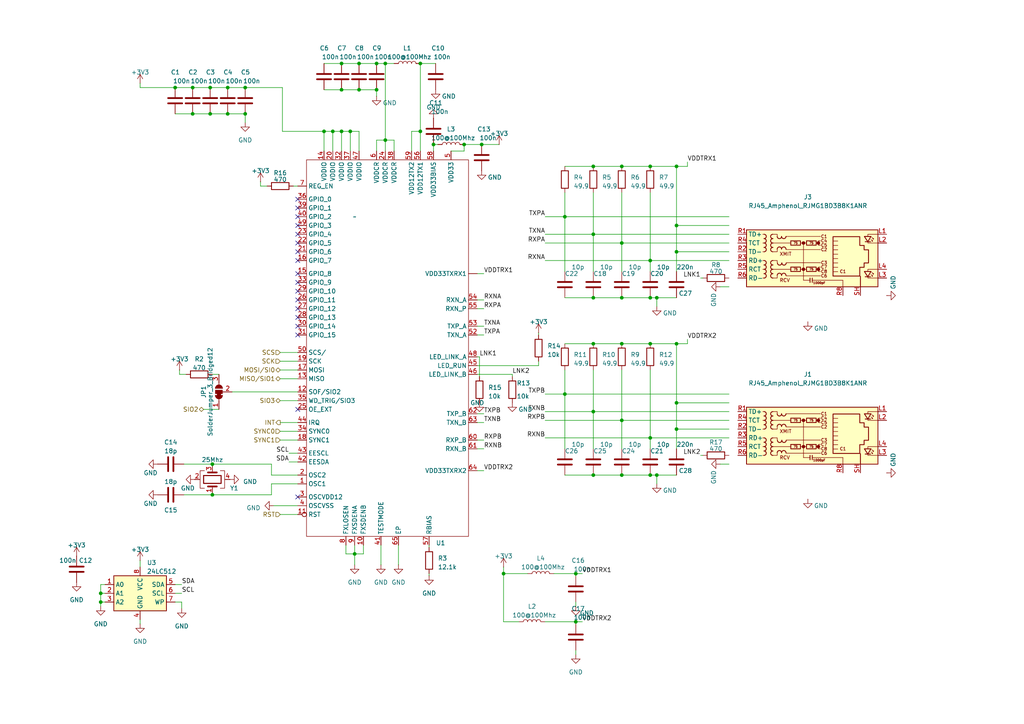
<source format=kicad_sch>
(kicad_sch (version 20231120) (generator "eeschema") (generator_version "8.0")
  (paper "A4")
  (lib_symbols
    (symbol "Connector:RJ45_Amphenol_RJMG1BD3B8K1ANR"
      (property "Reference" "J" (at 18.415 10.16 0))
      (property "Value" "RJ45_Amphenol_RJMG1BD3B8K1ANR" (at -19.05 10.16 0))
      (symbol "RJ45_Amphenol_RJMG1BD3B8K1ANR_0_0"
        (text "C1" (at 4.699 6.985 0) (effects (font (size 0.889 0.889))))
        (text "C1" (at 10.16 -3.175 0) (effects (font (size 0.889 0.889))))
        (text "C2" (at 4.699 3.175 0) (effects (font (size 0.889 0.889))))
        (text "C3" (at 4.699 -0.635 0) (effects (font (size 0.889 0.889))))
        (text "C4" (at 4.699 5.715 0) (effects (font (size 0.889 0.889))))
        (text "C5" (at 4.699 4.445 0) (effects (font (size 0.889 0.889))))
        (text "C6" (at 4.699 -4.445 0) (effects (font (size 0.889 0.889))))
        (text "C7" (at 4.699 -1.905 0) (effects (font (size 0.889 0.889))))
        (text "C8" (at 4.699 -3.175 0) (effects (font (size 0.889 0.889))))
        (text "RCV" (at -8.255 -5.715 0) (effects (font (size 1.016 1.016)) (justify left)))
        (text "XMIT" (at -8.255 1.905 0) (effects (font (size 1.016 1.016)) (justify left)))
      )
      (symbol "RJ45_Amphenol_RJMG1BD3B8K1ANR_1_0"
        (text "1000pF" (at 3.302 -6.477 0) (effects (font (size 0.635 0.635))))
      )
      (symbol "RJ45_Amphenol_RJMG1BD3B8K1ANR_1_1"
        (text "75" (at -3.556 -2.54 0) (effects (font (size 0.635 0.635))))
        (text "75" (at -3.556 5.08 0) (effects (font (size 0.635 0.635))))
        (text "75" (at 1.016 -2.54 0) (effects (font (size 0.635 0.635))))
        (text "75" (at 1.016 5.08 0) (effects (font (size 0.635 0.635))))
        (pin passive line (at 22.86 7.62 180) (length 2.54) (name "") (number "L1"))
        (pin passive line (at 22.86 5.08 180) (length 2.54) (name "") (number "L2"))
        (pin passive line (at 22.86 -5.08 180) (length 2.54) (name "") (number "L3"))
        (pin passive line (at 22.86 -2.54 180) (length 2.54) (name "") (number "L4"))
        (pin passive line (at -20.32 7.62 0) (length 2.54) (name "TD+") (number "R1"))
        (pin passive line (at -20.32 2.54 0) (length 2.54) (name "TD-") (number "R2"))
        (pin passive line (at -20.32 0 0) (length 2.54) (name "RD+") (number "R3"))
        (pin passive line (at -20.32 5.08 0) (length 2.54) (name "TCT") (number "R4"))
        (pin passive line (at -20.32 -2.54 0) (length 2.54) (name "RCT") (number "R5"))
        (pin passive line (at -20.32 -5.08 0) (length 2.54) (name "RD-") (number "R6"))
        (pin no_connect line (at 20.32 0 0) (length 0) hide (name "NC") (number "R7"))
        (pin power_in line (at 10.16 -10.16 90) (length 2.54) (name "") (number "R8"))
        (pin passive line (at 15.24 -10.16 90) (length 2.54) (name "") (number "SH"))
      )
    )
    (symbol "Device:C" (pin_numbers hide) (pin_names (offset 0.254))
      (property "Reference" "C" (at 0.635 2.54 0))
      (property "Value" "C" (at 0.635 -2.54 0))
      (symbol "C_1_1"
        (pin passive line (at 0 3.81 270) (length 2.794) (name "~") (number "1"))
        (pin passive line (at 0 -3.81 90) (length 2.794) (name "~") (number "2"))
      )
    )
    (symbol "Device:Crystal_GND24" (pin_names (offset 1.016) hide)
      (property "Reference" "Y" (at 3.175 5.08 0))
      (property "Value" "Crystal_GND24" (at 3.175 3.175 0))
      (symbol "Crystal_GND24_1_1"
        (pin passive line (at -3.81 0 0) (length 1.27) (name "1") (number "1"))
        (pin passive line (at 0 5.08 270) (length 1.27) (name "2") (number "2"))
        (pin passive line (at 3.81 0 180) (length 1.27) (name "3") (number "3"))
        (pin passive line (at 0 -5.08 90) (length 1.27) (name "4") (number "4"))
      )
    )
    (symbol "Device:L" (pin_numbers hide) (pin_names (offset 1.016) hide)
      (property "Reference" "L" (at -1.27 0 90))
      (property "Value" "L" (at 1.905 0 90))
      (symbol "L_1_1"
        (pin passive line (at 0 3.81 270) (length 1.27) (name "1") (number "1"))
        (pin passive line (at 0 -3.81 90) (length 1.27) (name "2") (number "2"))
      )
    )
    (symbol "Device:R" (pin_numbers hide) (pin_names (offset 0))
      (property "Reference" "R" (at 2.032 0 90))
      (property "Value" "R" (at 0 0 90))
      (symbol "R_1_1"
        (pin passive line (at 0 3.81 270) (length 1.27) (name "~") (number "1"))
        (pin passive line (at 0 -3.81 90) (length 1.27) (name "~") (number "2"))
      )
    )
    (symbol "EthercatLib:LAN9252"
      (property "Reference" "U" (at 0 0 0))
      (symbol "LAN9252_1_1"
        (pin input line (at 35.56 -16.51 180) (length 2.54) (name "VDD33TXRX1") (number ""))
        (pin input line (at -16.51 -77.47 0) (length 2.54) (name "OSC1") (number "1"))
        (pin input line (at 2.54 -95.25 90) (length 2.54) (name "FXSDENB") (number "10"))
        (pin input inverted (at -16.51 -86.36 0) (length 2.54) (name "RST") (number "11"))
        (pin input line (at -16.51 -50.8 0) (length 2.54) (name "SOF/SIO2") (number "12"))
        (pin input line (at -16.51 -46.99 0) (length 2.54) (name "MISO") (number "13"))
        (pin input line (at -8.89 19.05 270) (length 2.54) (name "VDDIO") (number "14"))
        (pin input line (at -16.51 -16.51 0) (length 2.54) (name "GPIO_8") (number "15"))
        (pin input line (at -16.51 -12.7 0) (length 2.54) (name "GPIO_7") (number "16"))
        (pin input line (at -16.51 -44.45 0) (length 2.54) (name "MOSI") (number "17"))
        (pin input line (at -16.51 -64.77 0) (length 2.54) (name "SYNC1") (number "18"))
        (pin input line (at -16.51 -41.91 0) (length 2.54) (name "SCK") (number "19"))
        (pin input line (at -16.51 -74.93 0) (length 2.54) (name "OSC2") (number "2"))
        (pin input line (at -6.35 19.05 270) (length 2.54) (name "VDDIO") (number "20"))
        (pin input line (at -16.51 -10.16 0) (length 2.54) (name "GPIO_6") (number "21"))
        (pin input line (at -16.51 -7.62 0) (length 2.54) (name "GPIO_5") (number "22"))
        (pin input line (at -16.51 -5.08 0) (length 2.54) (name "GPIO_4") (number "23"))
        (pin input line (at 8.89 19.05 270) (length 2.54) (name "VDDCR") (number "24"))
        (pin input line (at -16.51 -55.88 0) (length 2.54) (name "OE_EXT") (number "25"))
        (pin input line (at -16.51 -24.13 0) (length 2.54) (name "GPIO_11") (number "26"))
        (pin input line (at -16.51 -26.67 0) (length 2.54) (name "GPIO_12") (number "27"))
        (pin input line (at -16.51 -29.21 0) (length 2.54) (name "GPIO_13") (number "28"))
        (pin input line (at -16.51 -21.59 0) (length 2.54) (name "GPIO_10") (number "29"))
        (pin input line (at -16.51 -81.28 0) (length 2.54) (name "OSCVDD12") (number "3"))
        (pin input line (at -16.51 -31.75 0) (length 2.54) (name "GPIO_14") (number "30"))
        (pin input line (at -16.51 -34.29 0) (length 2.54) (name "GPIO_15") (number "31"))
        (pin input line (at -3.81 19.05 270) (length 2.54) (name "VDDIO") (number "32"))
        (pin input line (at -16.51 -19.05 0) (length 2.54) (name "GPIO_9") (number "33"))
        (pin input line (at -16.51 -62.23 0) (length 2.54) (name "SYNC0") (number "34"))
        (pin input line (at -16.51 -53.34 0) (length 2.54) (name "WD_TRIG/SIO3") (number "35"))
        (pin input line (at -16.51 5.08 0) (length 2.54) (name "GPIO_0") (number "36"))
        (pin input line (at -1.27 19.05 270) (length 2.54) (name "VDDIO") (number "37"))
        (pin input line (at 11.43 19.05 270) (length 2.54) (name "VDDCR") (number "38"))
        (pin input line (at -16.51 2.54 0) (length 2.54) (name "GPIO_1") (number "39"))
        (pin input line (at -16.51 -83.82 0) (length 2.54) (name "OSCVSS") (number "4"))
        (pin input line (at -16.51 0 0) (length 2.54) (name "GPIO_2") (number "40"))
        (pin input line (at 7.62 -95.25 90) (length 2.54) (name "TESTMODE") (number "41"))
        (pin input line (at -16.51 -71.12 0) (length 2.54) (name "EESDA") (number "42"))
        (pin input line (at -16.51 -68.58 0) (length 2.54) (name "EESCL") (number "43"))
        (pin input line (at -16.51 -59.69 0) (length 2.54) (name "IRQ") (number "44"))
        (pin input line (at 35.56 -43.18 180) (length 2.54) (name "LED_RUN") (number "45"))
        (pin input line (at 35.56 -45.72 180) (length 2.54) (name "LED_LINK_B") (number "46"))
        (pin input line (at 1.27 19.05 270) (length 2.54) (name "VDDIO") (number "47"))
        (pin input line (at 35.56 -40.64 180) (length 2.54) (name "LED_LINK_A") (number "48"))
        (pin input line (at -16.51 -2.54 0) (length 2.54) (name "GPIO_3") (number "49"))
        (pin input line (at 27.94 19.05 270) (length 2.54) (name "VDD33") (number "5"))
        (pin input line (at -16.51 -39.37 0) (length 2.54) (name "SCS/") (number "50"))
        (pin input line (at 35.56 -34.29 180) (length 2.54) (name "TXN_A") (number "52"))
        (pin input line (at 35.56 -31.75 180) (length 2.54) (name "TXP_A") (number "53"))
        (pin input line (at 35.56 -24.13 180) (length 2.54) (name "RXN_A") (number "54"))
        (pin input line (at 35.56 -26.67 180) (length 2.54) (name "RXN_P") (number "55"))
        (pin input line (at 19.05 19.05 270) (length 2.54) (name "VDD12TX1") (number "56"))
        (pin input line (at 21.59 -95.25 90) (length 2.54) (name "RBIAS") (number "57"))
        (pin input line (at 22.86 19.05 270) (length 2.54) (name "VDD33BIAS") (number "58"))
        (pin input line (at 16.51 19.05 270) (length 2.54) (name "VDD12TX2") (number "59"))
        (pin input line (at 6.35 19.05 270) (length 2.54) (name "VDDCR") (number "6"))
        (pin input line (at 35.56 -64.77 180) (length 2.54) (name "RXP_B") (number "60"))
        (pin input line (at 35.56 -67.31 180) (length 2.54) (name "RXN_B") (number "61"))
        (pin input line (at 35.56 -57.15 180) (length 2.54) (name "TXP_B") (number "62"))
        (pin input line (at 35.56 -59.69 180) (length 2.54) (name "TXN_B") (number "63"))
        (pin input line (at 35.56 -73.66 180) (length 2.54) (name "VDD33TXRX2") (number "64"))
        (pin input line (at 12.7 -95.25 90) (length 2.54) (name "EP") (number "65"))
        (pin input line (at -16.51 8.89 0) (length 2.54) (name "REG_EN") (number "7"))
        (pin input line (at -2.54 -95.25 90) (length 2.54) (name "FXLOSEN") (number "8"))
        (pin input line (at 0 -95.25 90) (length 2.54) (name "FXSDENA") (number "9"))
      )
    )
    (symbol "Jumper:SolderJumper_3_Bridged12" (pin_names (offset 0) hide) (exclude_from_sim yes) (in_bom no)
      (property "Reference" "JP" (at -2.54 -2.54 0))
      (property "Value" "SolderJumper_3_Bridged12" (at 0 2.794 0))
      (symbol "SolderJumper_3_Bridged12_1_1"
        (pin passive line (at -5.08 0 0) (length 2.54) (name "A") (number "1"))
        (pin passive line (at 0 -3.81 90) (length 2.54) (name "C") (number "2"))
        (pin passive line (at 5.08 0 180) (length 2.54) (name "B") (number "3"))
      )
    )
    (symbol "Memory_EEPROM:24LC512"
      (property "Reference" "U" (at -6.35 6.35 0))
      (property "Value" "24LC512" (at 1.27 6.35 0))
      (symbol "24LC512_1_1"
        (pin input line (at -10.16 2.54 0) (length 2.54) (name "A0") (number "1"))
        (pin input line (at -10.16 0 0) (length 2.54) (name "A1") (number "2"))
        (pin input line (at -10.16 -2.54 0) (length 2.54) (name "A2") (number "3"))
        (pin power_in line (at 0 -7.62 90) (length 2.54) (name "GND") (number "4"))
        (pin bidirectional line (at 10.16 2.54 180) (length 2.54) (name "SDA") (number "5"))
        (pin input line (at 10.16 0 180) (length 2.54) (name "SCL") (number "6"))
        (pin input line (at 10.16 -2.54 180) (length 2.54) (name "WP") (number "7"))
        (pin power_in line (at 0 7.62 270) (length 2.54) (name "VCC") (number "8"))
      )
    )
    (symbol "power:+3V3" (power) (pin_numbers hide) (pin_names (offset 0) hide)
      (property "Value" "+3V3" (at 0 3.556 0))
      (symbol "+3V3_1_1"
        (pin power_in line (at 0 0 90) (length 0) (name "~") (number "1"))
      )
    )
    (symbol "power:GND" (power) (pin_numbers hide) (pin_names (offset 0) hide)
      (property "Value" "GND" (at 0 -3.81 0))
      (symbol "GND_1_1"
        (pin power_in line (at 0 0 270) (length 0) (name "~") (number "1"))
      )
    )
  )
  (junction (at 196.215 116.84))
  (junction (at 172.085 86.36))
  (junction (at 167.005 180.34))
  (junction (at 172.085 48.26))
  (junction (at 196.215 99.695))
  (junction (at 71.12 25.4))
  (junction (at 71.12 33.02))
  (junction (at 121.92 38.1))
  (junction (at 190.5 86.36))
  (junction (at 188.595 127))
  (junction (at 180.34 86.36))
  (junction (at 109.22 26.035))
  (junction (at 61.595 134.62))
  (junction (at 55.88 25.4))
  (junction (at 139.7 41.91))
  (junction (at 196.215 65.405))
  (junction (at 134.62 41.91))
  (junction (at 109.22 18.415))
  (junction (at 172.085 67.945))
  (junction (at 99.06 26.035))
  (junction (at 180.34 137.795))
  (junction (at 29.21 174.625))
  (junction (at 188.595 137.795))
  (junction (at 188.595 48.26))
  (junction (at 61.595 143.51))
  (junction (at 172.085 137.795))
  (junction (at 167.005 166.37))
  (junction (at 180.34 70.485))
  (junction (at 196.215 48.26))
  (junction (at 101.6 38.1))
  (junction (at 66.04 33.02))
  (junction (at 104.14 18.415))
  (junction (at 188.595 86.36))
  (junction (at 66.04 25.4))
  (junction (at 102.87 160.655))
  (junction (at 172.085 119.38))
  (junction (at 146.05 166.37))
  (junction (at 196.215 73.025))
  (junction (at 163.83 114.3))
  (junction (at 29.21 172.085))
  (junction (at 180.34 48.26))
  (junction (at 180.34 121.92))
  (junction (at 190.5 137.795))
  (junction (at 180.34 99.695))
  (junction (at 99.06 18.415))
  (junction (at 93.98 38.1))
  (junction (at 99.06 38.1))
  (junction (at 172.085 99.695))
  (junction (at 125.73 41.91))
  (junction (at 104.14 26.035))
  (junction (at 50.8 25.4))
  (junction (at 188.595 75.565))
  (junction (at 111.76 18.415))
  (junction (at 55.88 33.02))
  (junction (at 111.76 40.64))
  (junction (at 60.96 33.02))
  (junction (at 188.595 99.695))
  (junction (at 163.83 62.865))
  (junction (at 60.96 25.4))
  (junction (at 121.92 18.415))
  (junction (at 196.215 124.46))
  (junction (at 96.52 38.1))
  (no_connect (at 86.36 94.615))
  (no_connect (at 86.36 97.155))
  (no_connect (at 86.36 79.375))
  (no_connect (at 86.36 57.785))
  (no_connect (at 86.36 81.915))
  (no_connect (at 86.36 89.535))
  (no_connect (at 86.36 67.945))
  (no_connect (at 86.36 75.565))
  (no_connect (at 86.36 118.745))
  (no_connect (at 86.36 65.405))
  (no_connect (at 86.36 62.865))
  (no_connect (at 86.36 144.145))
  (no_connect (at 86.36 70.485))
  (no_connect (at 86.36 86.995))
  (no_connect (at 86.36 73.025))
  (no_connect (at 86.36 60.325))
  (no_connect (at 86.36 92.075))
  (no_connect (at 86.36 84.455))
  (wire (pts (xy 119.38 38.1) (xy 121.92 38.1)))
  (wire (pts (xy 101.6 43.815) (xy 101.6 38.1)))
  (wire (pts (xy 109.22 26.035) (xy 109.22 27.94)))
  (wire (pts (xy 146.05 180.34) (xy 150.495 180.34)))
  (wire (pts (xy 121.92 18.415) (xy 126.365 18.415)))
  (wire (pts (xy 172.085 119.38) (xy 172.085 130.175)))
  (wire (pts (xy 158.115 121.92) (xy 180.34 121.92)))
  (wire (pts (xy 115.57 158.115) (xy 115.57 163.83)))
  (wire (pts (xy 96.52 38.1) (xy 93.98 38.1)))
  (wire (pts (xy 208.915 83.185) (xy 211.455 83.185)))
  (wire (pts (xy 83.82 133.985) (xy 86.36 133.985)))
  (wire (pts (xy 163.83 62.865) (xy 163.83 78.74)))
  (wire (pts (xy 78.74 137.795) (xy 86.36 137.795)))
  (wire (pts (xy 158.115 127) (xy 188.595 127)))
  (wire (pts (xy 81.28 125.095) (xy 86.36 125.095)))
  (wire (pts (xy 124.46 158.115) (xy 124.46 158.75)))
  (wire (pts (xy 93.98 26.035) (xy 99.06 26.035)))
  (wire (pts (xy 188.595 99.695) (xy 196.215 99.695)))
  (wire (pts (xy 172.085 99.695) (xy 180.34 99.695)))
  (wire (pts (xy 146.05 166.37) (xy 146.05 180.34)))
  (wire (pts (xy 50.8 25.4) (xy 40.64 25.4)))
  (wire (pts (xy 138.43 136.525) (xy 140.335 136.525)))
  (wire (pts (xy 29.21 172.085) (xy 30.48 172.085)))
  (wire (pts (xy 138.43 122.555) (xy 140.335 122.555)))
  (wire (pts (xy 138.43 97.155) (xy 140.335 97.155)))
  (wire (pts (xy 52.705 174.625) (xy 50.8 174.625)))
  (wire (pts (xy 104.14 18.415) (xy 109.22 18.415)))
  (wire (pts (xy 158.115 75.565) (xy 188.595 75.565)))
  (wire (pts (xy 124.46 167.005) (xy 124.46 166.37)))
  (wire (pts (xy 138.43 79.375) (xy 140.335 79.375)))
  (wire (pts (xy 60.96 33.02) (xy 66.04 33.02)))
  (wire (pts (xy 138.43 86.995) (xy 140.335 86.995)))
  (wire (pts (xy 180.34 55.88) (xy 180.34 70.485)))
  (wire (pts (xy 93.98 18.415) (xy 99.06 18.415)))
  (wire (pts (xy 180.34 121.92) (xy 180.34 130.175)))
  (wire (pts (xy 40.64 162.56) (xy 40.64 164.465)))
  (wire (pts (xy 79.375 146.685) (xy 86.36 146.685)))
  (wire (pts (xy 199.39 99.695) (xy 199.39 98.425)))
  (wire (pts (xy 180.34 137.795) (xy 188.595 137.795)))
  (wire (pts (xy 180.34 99.695) (xy 188.595 99.695)))
  (wire (pts (xy 93.98 38.1) (xy 93.98 43.815)))
  (wire (pts (xy 29.21 169.545) (xy 29.21 172.085)))
  (wire (pts (xy 83.82 131.445) (xy 86.36 131.445)))
  (wire (pts (xy 188.595 86.36) (xy 190.5 86.36)))
  (wire (pts (xy 138.43 127.635) (xy 140.335 127.635)))
  (wire (pts (xy 139.065 103.505) (xy 139.065 109.22)))
  (wire (pts (xy 100.33 160.655) (xy 102.87 160.655)))
  (wire (pts (xy 96.52 43.815) (xy 96.52 38.1)))
  (wire (pts (xy 81.28 107.315) (xy 86.36 107.315)))
  (wire (pts (xy 203.2 132.08) (xy 203.835 132.08)))
  (wire (pts (xy 125.73 41.91) (xy 125.73 43.815)))
  (wire (pts (xy 167.005 180.34) (xy 168.91 180.34)))
  (wire (pts (xy 104.14 38.1) (xy 101.6 38.1)))
  (wire (pts (xy 81.28 104.775) (xy 86.36 104.775)))
  (wire (pts (xy 148.59 108.585) (xy 148.59 109.22)))
  (wire (pts (xy 180.34 70.485) (xy 211.455 70.485)))
  (wire (pts (xy 172.085 137.795) (xy 180.34 137.795)))
  (wire (pts (xy 163.83 114.3) (xy 211.455 114.3)))
  (wire (pts (xy 196.215 99.695) (xy 196.215 116.84)))
  (wire (pts (xy 61.595 134.62) (xy 78.74 134.62)))
  (wire (pts (xy 163.83 107.315) (xy 163.83 114.3)))
  (wire (pts (xy 188.595 75.565) (xy 188.595 78.74)))
  (wire (pts (xy 138.43 130.175) (xy 140.335 130.175)))
  (wire (pts (xy 167.005 166.37) (xy 167.005 167.005)))
  (wire (pts (xy 30.48 169.545) (xy 29.21 169.545)))
  (wire (pts (xy 71.12 33.02) (xy 71.12 35.56)))
  (wire (pts (xy 109.22 18.415) (xy 111.76 18.415)))
  (wire (pts (xy 196.215 65.405) (xy 211.455 65.405)))
  (wire (pts (xy 81.28 116.205) (xy 86.36 116.205)))
  (wire (pts (xy 196.215 73.025) (xy 211.455 73.025)))
  (wire (pts (xy 50.8 33.02) (xy 55.88 33.02)))
  (wire (pts (xy 81.28 109.855) (xy 86.36 109.855)))
  (wire (pts (xy 75.565 52.705) (xy 75.565 53.975)))
  (wire (pts (xy 203.2 80.645) (xy 203.835 80.645)))
  (wire (pts (xy 158.115 119.38) (xy 172.085 119.38)))
  (wire (pts (xy 104.14 26.035) (xy 109.22 26.035)))
  (wire (pts (xy 167.005 174.625) (xy 167.005 175.895)))
  (wire (pts (xy 158.115 67.945) (xy 172.085 67.945)))
  (wire (pts (xy 167.005 166.37) (xy 168.91 166.37)))
  (wire (pts (xy 163.83 62.865) (xy 211.455 62.865)))
  (wire (pts (xy 172.085 67.945) (xy 211.455 67.945)))
  (wire (pts (xy 53.34 134.62) (xy 61.595 134.62)))
  (wire (pts (xy 59.055 118.745) (xy 63.5 118.745)))
  (wire (pts (xy 78.74 134.62) (xy 78.74 137.795)))
  (wire (pts (xy 50.8 172.085) (xy 52.705 172.085)))
  (wire (pts (xy 50.8 25.4) (xy 55.88 25.4)))
  (wire (pts (xy 188.595 137.795) (xy 190.5 137.795)))
  (wire (pts (xy 125.73 41.91) (xy 127 41.91)))
  (wire (pts (xy 180.34 70.485) (xy 180.34 78.74)))
  (wire (pts (xy 158.115 180.34) (xy 167.005 180.34)))
  (wire (pts (xy 81.915 38.1) (xy 93.98 38.1)))
  (wire (pts (xy 190.5 86.36) (xy 196.215 86.36)))
  (wire (pts (xy 71.12 25.4) (xy 81.915 25.4)))
  (wire (pts (xy 99.06 43.815) (xy 99.06 38.1)))
  (wire (pts (xy 75.565 53.975) (xy 77.47 53.975)))
  (wire (pts (xy 180.34 86.36) (xy 188.595 86.36)))
  (wire (pts (xy 134.62 41.91) (xy 139.7 41.91)))
  (wire (pts (xy 66.04 33.02) (xy 71.12 33.02)))
  (wire (pts (xy 81.28 127.635) (xy 86.36 127.635)))
  (wire (pts (xy 188.595 48.26) (xy 196.215 48.26)))
  (wire (pts (xy 29.21 174.625) (xy 30.48 174.625)))
  (wire (pts (xy 196.215 48.26) (xy 196.215 65.405)))
  (wire (pts (xy 163.83 55.88) (xy 163.83 62.865)))
  (wire (pts (xy 146.05 166.37) (xy 153.035 166.37)))
  (wire (pts (xy 111.76 18.415) (xy 111.76 40.64)))
  (wire (pts (xy 50.8 169.545) (xy 52.705 169.545)))
  (wire (pts (xy 188.595 75.565) (xy 211.455 75.565)))
  (wire (pts (xy 208.915 134.62) (xy 211.455 134.62)))
  (wire (pts (xy 138.43 106.045) (xy 156.21 106.045)))
  (wire (pts (xy 188.595 107.315) (xy 188.595 127)))
  (wire (pts (xy 138.43 94.615) (xy 140.335 94.615)))
  (wire (pts (xy 172.085 107.315) (xy 172.085 119.38)))
  (wire (pts (xy 172.085 86.36) (xy 180.34 86.36)))
  (wire (pts (xy 196.215 124.46) (xy 211.455 124.46)))
  (wire (pts (xy 138.43 120.015) (xy 140.335 120.015)))
  (wire (pts (xy 163.83 137.795) (xy 172.085 137.795)))
  (wire (pts (xy 40.64 25.4) (xy 40.64 24.13)))
  (wire (pts (xy 156.21 106.045) (xy 156.21 104.775)))
  (wire (pts (xy 138.43 103.505) (xy 139.065 103.505)))
  (wire (pts (xy 29.21 172.085) (xy 29.21 174.625)))
  (wire (pts (xy 101.6 38.1) (xy 99.06 38.1)))
  (wire (pts (xy 139.7 41.91) (xy 144.78 41.91)))
  (wire (pts (xy 55.88 33.02) (xy 60.96 33.02)))
  (wire (pts (xy 196.215 99.695) (xy 199.39 99.695)))
  (wire (pts (xy 163.83 48.26) (xy 172.085 48.26)))
  (wire (pts (xy 172.085 48.26) (xy 180.34 48.26)))
  (wire (pts (xy 61.595 108.585) (xy 63.5 108.585)))
  (wire (pts (xy 52.705 176.53) (xy 52.705 174.625)))
  (wire (pts (xy 163.83 86.36) (xy 172.085 86.36)))
  (wire (pts (xy 81.28 149.225) (xy 86.36 149.225)))
  (wire (pts (xy 130.81 43.815) (xy 134.62 43.815)))
  (wire (pts (xy 134.62 43.815) (xy 134.62 41.91)))
  (wire (pts (xy 188.595 127) (xy 211.455 127)))
  (wire (pts (xy 61.595 142.875) (xy 61.595 143.51)))
  (wire (pts (xy 180.34 48.26) (xy 188.595 48.26)))
  (wire (pts (xy 163.83 99.695) (xy 172.085 99.695)))
  (wire (pts (xy 109.22 43.815) (xy 109.22 40.64)))
  (wire (pts (xy 156.21 96.52) (xy 156.21 97.155)))
  (wire (pts (xy 196.215 73.025) (xy 196.215 78.74)))
  (wire (pts (xy 158.115 62.865) (xy 163.83 62.865)))
  (wire (pts (xy 196.215 65.405) (xy 196.215 73.025)))
  (wire (pts (xy 81.915 25.4) (xy 81.915 38.1)))
  (wire (pts (xy 60.96 25.4) (xy 66.04 25.4)))
  (wire (pts (xy 55.88 25.4) (xy 60.96 25.4)))
  (wire (pts (xy 160.655 166.37) (xy 167.005 166.37)))
  (wire (pts (xy 138.43 89.535) (xy 140.335 89.535)))
  (wire (pts (xy 190.5 86.36) (xy 190.5 88.9)))
  (wire (pts (xy 163.83 114.3) (xy 163.83 130.175)))
  (wire (pts (xy 40.64 179.705) (xy 40.64 180.975)))
  (wire (pts (xy 61.595 134.62) (xy 61.595 135.255)))
  (wire (pts (xy 121.92 38.1) (xy 121.92 43.815)))
  (wire (pts (xy 78.74 143.51) (xy 78.74 140.335)))
  (wire (pts (xy 110.49 158.115) (xy 110.49 163.83)))
  (wire (pts (xy 188.595 127) (xy 188.595 130.175)))
  (wire (pts (xy 78.74 140.335) (xy 86.36 140.335)))
  (wire (pts (xy 190.5 137.795) (xy 196.215 137.795)))
  (wire (pts (xy 190.5 137.795) (xy 190.5 140.335)))
  (wire (pts (xy 81.28 102.235) (xy 86.36 102.235)))
  (wire (pts (xy 111.76 40.64) (xy 114.3 40.64)))
  (wire (pts (xy 138.43 108.585) (xy 148.59 108.585)))
  (wire (pts (xy 111.76 18.415) (xy 114.3 18.415)))
  (wire (pts (xy 114.3 40.64) (xy 114.3 43.815)))
  (wire (pts (xy 66.04 25.4) (xy 71.12 25.4)))
  (wire (pts (xy 104.14 43.815) (xy 104.14 38.1)))
  (wire (pts (xy 29.21 174.625) (xy 29.21 175.895)))
  (wire (pts (xy 99.06 18.415) (xy 104.14 18.415)))
  (wire (pts (xy 111.76 40.64) (xy 111.76 43.815)))
  (wire (pts (xy 172.085 67.945) (xy 172.085 78.74)))
  (wire (pts (xy 61.595 143.51) (xy 78.74 143.51)))
  (wire (pts (xy 102.87 160.655) (xy 102.87 163.83)))
  (wire (pts (xy 146.05 164.465) (xy 146.05 166.37)))
  (wire (pts (xy 67.31 113.665) (xy 86.36 113.665)))
  (wire (pts (xy 172.085 55.88) (xy 172.085 67.945)))
  (wire (pts (xy 105.41 160.655) (xy 102.87 160.655)))
  (wire (pts (xy 167.005 188.595) (xy 167.005 189.865)))
  (wire (pts (xy 119.38 43.815) (xy 119.38 38.1)))
  (wire (pts (xy 167.005 180.34) (xy 167.005 180.975)))
  (wire (pts (xy 196.215 116.84) (xy 196.215 124.46)))
  (wire (pts (xy 81.28 122.555) (xy 86.36 122.555)))
  (wire (pts (xy 85.09 53.975) (xy 86.36 53.975)))
  (wire (pts (xy 180.34 121.92) (xy 211.455 121.92)))
  (wire (pts (xy 158.115 114.3) (xy 163.83 114.3)))
  (wire (pts (xy 172.085 119.38) (xy 211.455 119.38)))
  (wire (pts (xy 199.39 48.26) (xy 199.39 46.99)))
  (wire (pts (xy 102.87 158.115) (xy 102.87 160.655)))
  (wire (pts (xy 121.92 18.415) (xy 121.92 38.1)))
  (wire (pts (xy 52.07 107.315) (xy 52.07 108.585)))
  (wire (pts (xy 52.07 108.585) (xy 53.975 108.585)))
  (wire (pts (xy 196.215 48.26) (xy 199.39 48.26)))
  (wire (pts (xy 53.34 143.51) (xy 61.595 143.51)))
  (wire (pts (xy 188.595 55.88) (xy 188.595 75.565)))
  (wire (pts (xy 99.06 38.1) (xy 96.52 38.1)))
  (wire (pts (xy 99.06 26.035) (xy 104.14 26.035)))
  (wire (pts (xy 196.215 116.84) (xy 211.455 116.84)))
  (wire (pts (xy 180.34 107.315) (xy 180.34 121.92)))
  (wire (pts (xy 100.33 158.115) (xy 100.33 160.655)))
  (wire (pts (xy 158.115 70.485) (xy 180.34 70.485)))
  (wire (pts (xy 196.215 124.46) (xy 196.215 130.175)))
  (wire (pts (xy 109.22 40.64) (xy 111.76 40.64)))
  (wire (pts (xy 105.41 158.115) (xy 105.41 160.655)))
  (label "TXPA" (at 140.335 97.155 0))
  (label "TXNA" (at 140.335 94.615 0))
  (label "TXPA" (at 158.115 62.865 180))
  (label "RXPB" (at 158.115 121.92 180))
  (label "VDDTRX2" (at 168.91 180.34 0))
  (label "SCL" (at 83.82 131.445 180))
  (label "RXNB" (at 158.115 127 180))
  (label "RXPA" (at 140.335 89.535 0))
  (label "VDDTRX1" (at 168.91 166.37 0))
  (label "TXPB" (at 158.115 114.3 180))
  (label "RXPA" (at 158.115 70.485 180))
  (label "LNK2" (at 203.2 132.08 180))
  (label "SDA" (at 83.82 133.985 180))
  (label "VDDTRX2" (at 199.39 98.425 0))
  (label "LNK1" (at 139.065 103.505 0))
  (label "LNK1" (at 203.2 80.645 180))
  (label "RXNA" (at 140.335 86.995 0))
  (label "RXNB" (at 140.335 130.175 0))
  (label "RXNA" (at 158.115 75.565 180))
  (label "SCL" (at 52.705 172.085 0))
  (label "VDDTRX2" (at 140.335 136.525 0))
  (label "TXNB" (at 140.335 122.555 0))
  (label "SDA" (at 52.705 169.545 0))
  (label "VDDTRX1" (at 199.39 46.99 0))
  (label "VDDTRX1" (at 140.335 79.375 0))
  (label "TXNA" (at 158.115 67.945 180))
  (label "RXPB" (at 140.335 127.635 0))
  (label "LNK2" (at 148.59 108.585 0))
  (label "TXPB" (at 140.335 120.015 0))
  (label "TXNB" (at 158.115 119.38 180))
  (hierarchical_label "SCS" (shape input) (at 81.28 102.235 180))
  (hierarchical_label "SYNC0" (shape input) (at 81.28 125.095 180))
  (hierarchical_label "SCK" (shape input) (at 81.28 104.775 180))
  (hierarchical_label "SIO3" (shape bidirectional) (at 81.28 116.205 180))
  (hierarchical_label "SIO2" (shape bidirectional) (at 59.055 118.745 180))
  (hierarchical_label "RST" (shape input) (at 81.28 149.225 180))
  (hierarchical_label "MISO{slash}SIO1" (shape bidirectional) (at 81.28 109.855 180))
  (hierarchical_label "MOSI{slash}SI0" (shape bidirectional) (at 81.28 107.315 180))
  (hierarchical_label "SYNC1" (shape input) (at 81.28 127.635 180))
  (hierarchical_label "INT" (shape output) (at 81.28 122.555 180))
  (symbol (lib_id "Device:R") (at 180.34 52.07 180) (unit 1)
    (property "Reference" "R6" (at 182.88 51.435 0) (effects (justify right)))
    (property "Value" "49.9" (at 182.88 53.975 0) (effects (justify right)))
    (property "Footprint" "Resistor_SMD:R_0402_1005Metric" (effects (hide yes)))
    (property "Description" "Resistor" (effects (hide yes)))
    (property "LCSC Part #" "C25120" (effects (hide yes)))
  )
  (symbol (lib_id "power:GND") (at 167.005 189.865 0) (unit 1)
    (property "Reference" "#PWR027" (effects (hide yes)))
    (property "Value" "GND" (at 167.005 194.945 0))
    (property "Description" "Power symbol creates a global label with name \"GND\" , ground" (effects (hide yes)))
  )
  (symbol (lib_id "power:GND") (at 234.315 93.345 0) (unit 1)
    (property "Reference" "#PWR029" (effects (hide yes)))
    (property "Value" "GND" (at 238.125 95.25 0))
    (property "Description" "Power symbol creates a global label with name \"GND\" , ground" (effects (hide yes)))
  )
  (symbol (lib_id "Device:R") (at 163.83 103.505 180) (unit 1)
    (property "Reference" "R11" (at 166.37 102.87 0) (effects (justify right)))
    (property "Value" "49.9" (at 166.37 105.41 0) (effects (justify right)))
    (property "Footprint" "Resistor_SMD:R_0402_1005Metric" (effects (hide yes)))
    (property "Description" "Resistor" (effects (hide yes)))
    (property "LCSC Part #" "C25120" (effects (hide yes)))
  )
  (symbol (lib_id "power:+3V3") (at 146.05 164.465 0) (unit 1)
    (property "Reference" "#PWR025" (effects (hide yes)))
    (property "Value" "+3V3" (at 146.05 161.29 0))
    (property "Description" "Power symbol creates a global label with name \"+3V3\"" (effects (hide yes)))
  )
  (symbol (lib_id "power:GND") (at 45.72 134.62 270) (unit 1)
    (property "Reference" "#PWR014" (effects (hide yes)))
    (property "Value" "GND" (at 45.72 137.16 90) (effects (justify right)))
    (property "Description" "Power symbol creates a global label with name \"GND\" , ground" (effects (hide yes)))
  )
  (symbol (lib_id "power:GND") (at 190.5 140.335 0) (unit 1)
    (property "Reference" "#PWR032" (effects (hide yes)))
    (property "Value" "GND" (at 194.31 142.24 0))
    (property "Description" "Power symbol creates a global label with name \"GND\" , ground" (effects (hide yes)))
  )
  (symbol (lib_id "Device:C") (at 22.225 165.1 0) (unit 1)
    (property "Reference" "C12" (at 22.86 162.56 0) (effects (justify left)))
    (property "Value" "100n" (at 17.145 162.56 0) (effects (justify left)))
    (property "Footprint" "Capacitor_SMD:C_0402_1005Metric" (effects (hide yes)))
    (property "Description" "Unpolarized capacitor" (effects (hide yes)))
    (property "LCSC Part #" "C307331" (effects (hide yes)))
  )
  (symbol (lib_id "Device:R") (at 156.21 100.965 180) (unit 1)
    (property "Reference" "R14" (at 158.75 100.33 0) (effects (justify right)))
    (property "Value" "10k" (at 158.75 102.87 0) (effects (justify right)))
    (property "Footprint" "Resistor_SMD:R_0402_1005Metric" (effects (hide yes)))
    (property "Description" "Resistor" (effects (hide yes)))
    (property "LCSC Part #" "C25744" (effects (hide yes)))
  )
  (symbol (lib_id "Device:C") (at 188.595 133.985 0) (unit 1)
    (property "Reference" "C21" (at 188.595 130.81 0) (effects (justify left)))
    (property "Value" "10p" (at 190.5 128.905 0) (effects (justify left)))
    (property "Footprint" "Capacitor_SMD:C_0402_1005Metric" (effects (hide yes)))
    (property "Description" "Unpolarized capacitor" (effects (hide yes)))
    (property "LCSC Part #" "C1547" (effects (hide yes)))
  )
  (symbol (lib_id "power:GND") (at 167.005 175.895 0) (unit 1)
    (property "Reference" "#PWR026" (effects (hide yes)))
    (property "Value" "GND" (at 170.18 177.8 0))
    (property "Description" "Power symbol creates a global label with name \"GND\" , ground" (effects (hide yes)))
  )
  (symbol (lib_id "power:GND") (at 52.705 176.53 0) (unit 1)
    (property "Reference" "#PWR021" (effects (hide yes)))
    (property "Value" "GND" (at 52.705 181.61 0))
    (property "Description" "Power symbol creates a global label with name \"GND\" , ground" (effects (hide yes)))
  )
  (symbol (lib_id "Device:R") (at 172.085 52.07 180) (unit 1)
    (property "Reference" "R5" (at 174.625 51.435 0) (effects (justify right)))
    (property "Value" "49.9" (at 174.625 53.975 0) (effects (justify right)))
    (property "Footprint" "Resistor_SMD:R_0402_1005Metric" (effects (hide yes)))
    (property "Description" "Resistor" (effects (hide yes)))
    (property "LCSC Part #" "C25120" (effects (hide yes)))
  )
  (symbol (lib_id "Device:C") (at 60.96 29.21 0) (unit 1)
    (property "Reference" "C3" (at 59.69 20.955 0) (effects (justify left)))
    (property "Value" "100n" (at 60.325 23.495 0) (effects (justify left)))
    (property "Footprint" "Capacitor_SMD:C_0402_1005Metric" (effects (hide yes)))
    (property "Description" "Unpolarized capacitor" (effects (hide yes)))
    (property "LCSC Part #" "C307331" (effects (hide yes)))
  )
  (symbol (lib_id "EthercatLib:LAN9252") (at 102.87 62.865 0) (unit 1)
    (property "Reference" "U1" (at 126.4159 157.48 0) (effects (justify left)))
    (property "Value" "~" (at 102.87 62.865 0))
  )
  (symbol (lib_id "Jumper:SolderJumper_3_Bridged12") (at 63.5 113.665 90) (unit 1) (in_bom no)
    (property "Reference" "JP1" (at 59.055 113.665 0))
    (property "Value" "SolderJumper_3_Bridged12" (at 60.96 113.665 0))
    (property "Description" "3-pole Solder Jumper, pins 1+2 closed/bridged" (effects (hide yes)))
  )
  (symbol (lib_id "Device:R") (at 188.595 52.07 180) (unit 1)
    (property "Reference" "R7" (at 191.135 51.435 0) (effects (justify right)))
    (property "Value" "49.9" (at 191.135 53.975 0) (effects (justify right)))
    (property "Footprint" "Resistor_SMD:R_0402_1005Metric" (effects (hide yes)))
    (property "Description" "Resistor" (effects (hide yes)))
    (property "LCSC Part #" "C25120" (effects (hide yes)))
  )
  (symbol (lib_id "Device:R") (at 207.645 80.645 90) (unit 1)
    (property "Reference" "R8" (at 207.645 76.835 90))
    (property "Value" "470" (at 207.645 78.74 90))
    (property "Footprint" "Resistor_SMD:R_0402_1005Metric" (effects (hide yes)))
    (property "Description" "Resistor" (effects (hide yes)))
    (property "LCSC Part #" "C25117" (effects (hide yes)))
  )
  (symbol (lib_id "power:GND") (at 208.915 83.185 270) (unit 1)
    (property "Reference" "#PWR031" (effects (hide yes)))
    (property "Value" "GND" (at 207.01 86.995 0))
    (property "Description" "Power symbol creates a global label with name \"GND\" , ground" (effects (hide yes)))
  )
  (symbol (lib_id "Device:L") (at 154.305 180.34 90) (unit 1)
    (property "Reference" "L2" (at 154.305 175.895 90))
    (property "Value" "100@100Mhz" (at 154.94 178.435 90))
    (property "Footprint" "Resistor_SMD:R_0805_2012Metric" (effects (hide yes)))
    (property "Description" "Inductor" (effects (hide yes)))
    (property "LCSC Part #" "C1015" (effects (hide yes)))
  )
  (symbol (lib_id "Device:R") (at 139.065 113.03 180) (unit 1)
    (property "Reference" "R15" (at 141.605 112.395 0) (effects (justify right)))
    (property "Value" "10k" (at 141.605 114.935 0) (effects (justify right)))
    (property "Footprint" "Resistor_SMD:R_0402_1005Metric" (effects (hide yes)))
    (property "Description" "Resistor" (effects (hide yes)))
    (property "LCSC Part #" "C25744" (effects (hide yes)))
  )
  (symbol (lib_id "power:GND") (at 139.7 49.53 0) (unit 1)
    (property "Reference" "#PWR09" (effects (hide yes)))
    (property "Value" "GND" (at 143.51 51.435 0))
    (property "Description" "Power symbol creates a global label with name \"GND\" , ground" (effects (hide yes)))
  )
  (symbol (lib_id "Device:C") (at 180.34 82.55 0) (unit 1)
    (property "Reference" "C19" (at 180.34 79.375 0) (effects (justify left)))
    (property "Value" "10p" (at 182.245 77.47 0) (effects (justify left)))
    (property "Footprint" "Capacitor_SMD:C_0402_1005Metric" (effects (hide yes)))
    (property "Description" "Unpolarized capacitor" (effects (hide yes)))
    (property "LCSC Part #" "C1547" (effects (hide yes)))
  )
  (symbol (lib_id "Device:R") (at 148.59 113.03 180) (unit 1)
    (property "Reference" "R13" (at 149.86 111.125 0) (effects (justify right)))
    (property "Value" "10k" (at 149.86 114.935 0) (effects (justify right)))
    (property "Footprint" "Resistor_SMD:R_0402_1005Metric" (effects (hide yes)))
    (property "Description" "Resistor" (effects (hide yes)))
    (property "LCSC Part #" "C25744" (effects (hide yes)))
  )
  (symbol (lib_id "power:GND") (at 257.175 85.725 90) (unit 1)
    (property "Reference" "#PWR030" (effects (hide yes)))
    (property "Value" "GND" (at 259.08 81.915 0))
    (property "Description" "Power symbol creates a global label with name \"GND\" , ground" (effects (hide yes)))
  )
  (symbol (lib_id "power:GND") (at 139.065 116.84 0) (unit 1)
    (property "Reference" "#PWR038" (effects (hide yes)))
    (property "Value" "GND" (at 138.43 116.84 0))
    (property "Description" "Power symbol creates a global label with name \"GND\" , ground" (effects (hide yes)))
  )
  (symbol (lib_id "power:+3V3") (at 52.07 107.315 0) (unit 1)
    (property "Reference" "#PWR010" (effects (hide yes)))
    (property "Value" "+3V3" (at 52.07 104.14 0))
    (property "Description" "Power symbol creates a global label with name \"+3V3\"" (effects (hide yes)))
  )
  (symbol (lib_id "Device:R") (at 163.83 52.07 180) (unit 1)
    (property "Reference" "R4" (at 166.37 51.435 0) (effects (justify right)))
    (property "Value" "49.9" (at 166.37 53.975 0) (effects (justify right)))
    (property "Footprint" "Resistor_SMD:R_0402_1005Metric" (effects (hide yes)))
    (property "Description" "Resistor" (effects (hide yes)))
    (property "LCSC Part #" "C25120" (effects (hide yes)))
  )
  (symbol (lib_id "Device:C") (at 99.06 22.225 0) (unit 1)
    (property "Reference" "C7" (at 97.79 13.97 0) (effects (justify left)))
    (property "Value" "100n" (at 98.425 16.51 0) (effects (justify left)))
    (property "Footprint" "Capacitor_SMD:C_0402_1005Metric" (effects (hide yes)))
    (property "Description" "Unpolarized capacitor" (effects (hide yes)))
    (property "LCSC Part #" "C307331" (effects (hide yes)))
  )
  (symbol (lib_id "Device:C") (at 196.215 82.55 0) (unit 1)
    (property "Reference" "C27" (at 196.85 85.09 0) (effects (justify left)))
    (property "Value" "220n" (at 196.215 77.47 0) (effects (justify left)))
    (property "Footprint" "Capacitor_SMD:C_0402_1005Metric" (effects (hide yes)))
    (property "Description" "Unpolarized capacitor" (effects (hide yes)))
    (property "LCSC Part #" "C16772" (effects (hide yes)))
  )
  (symbol (lib_id "Device:C") (at 163.83 133.985 0) (unit 1)
    (property "Reference" "C26" (at 163.83 130.81 0) (effects (justify left)))
    (property "Value" "10p" (at 165.735 128.905 0) (effects (justify left)))
    (property "Footprint" "Capacitor_SMD:C_0402_1005Metric" (effects (hide yes)))
    (property "Description" "Unpolarized capacitor" (effects (hide yes)))
    (property "LCSC Part #" "C1547" (effects (hide yes)))
  )
  (symbol (lib_id "Device:R") (at 207.645 132.08 90) (unit 1)
    (property "Reference" "R17" (at 207.645 128.27 90))
    (property "Value" "470" (at 207.645 130.175 90))
    (property "Footprint" "Resistor_SMD:R_0402_1005Metric" (effects (hide yes)))
    (property "Description" "Resistor" (effects (hide yes)))
    (property "LCSC Part #" "C25117" (effects (hide yes)))
  )
  (symbol (lib_id "Device:C") (at 71.12 29.21 0) (unit 1)
    (property "Reference" "C5" (at 69.85 20.955 0) (effects (justify left)))
    (property "Value" "100n" (at 70.485 23.495 0) (effects (justify left)))
    (property "Footprint" "Capacitor_SMD:C_0402_1005Metric" (effects (hide yes)))
    (property "Description" "Unpolarized capacitor" (effects (hide yes)))
    (property "LCSC Part #" "C307331" (effects (hide yes)))
  )
  (symbol (lib_id "Device:C") (at 104.14 22.225 0) (unit 1)
    (property "Reference" "C8" (at 102.87 13.97 0) (effects (justify left)))
    (property "Value" "100n" (at 103.505 16.51 0) (effects (justify left)))
    (property "Footprint" "Capacitor_SMD:C_0402_1005Metric" (effects (hide yes)))
    (property "Description" "Unpolarized capacitor" (effects (hide yes)))
    (property "LCSC Part #" "C307331" (effects (hide yes)))
  )
  (symbol (lib_id "Device:R") (at 180.34 103.505 180) (unit 1)
    (property "Reference" "R9" (at 182.88 102.87 0) (effects (justify right)))
    (property "Value" "49.9" (at 182.88 105.41 0) (effects (justify right)))
    (property "Footprint" "Resistor_SMD:R_0402_1005Metric" (effects (hide yes)))
    (property "Description" "Resistor" (effects (hide yes)))
    (property "LCSC Part #" "C25120" (effects (hide yes)))
  )
  (symbol (lib_id "Device:C") (at 66.04 29.21 0) (unit 1)
    (property "Reference" "C4" (at 64.77 20.955 0) (effects (justify left)))
    (property "Value" "100n" (at 65.405 23.495 0) (effects (justify left)))
    (property "Footprint" "Capacitor_SMD:C_0402_1005Metric" (effects (hide yes)))
    (property "Description" "Unpolarized capacitor" (effects (hide yes)))
    (property "LCSC Part #" "C307331" (effects (hide yes)))
  )
  (symbol (lib_id "power:+3V3") (at 22.225 161.29 0) (unit 1)
    (property "Reference" "#PWR018" (effects (hide yes)))
    (property "Value" "+3V3" (at 22.225 158.115 0))
    (property "Description" "Power symbol creates a global label with name \"+3V3\"" (effects (hide yes)))
  )
  (symbol (lib_id "Device:L") (at 156.845 166.37 90) (unit 1)
    (property "Reference" "L4" (at 156.845 161.925 90))
    (property "Value" "100@100Mhz" (at 157.48 164.465 90))
    (property "Footprint" "Resistor_SMD:R_0805_2012Metric" (effects (hide yes)))
    (property "Description" "Inductor" (effects (hide yes)))
    (property "LCSC Part #" "C1015" (effects (hide yes)))
  )
  (symbol (lib_id "power:+3V3") (at 156.21 96.52 0) (unit 1)
    (property "Reference" "#PWR036" (effects (hide yes)))
    (property "Value" "+3V3" (at 156.21 93.345 0))
    (property "Description" "Power symbol creates a global label with name \"+3V3\"" (effects (hide yes)))
  )
  (symbol (lib_id "Device:C") (at 188.595 82.55 0) (unit 1)
    (property "Reference" "C20" (at 188.595 79.375 0) (effects (justify left)))
    (property "Value" "10p" (at 190.5 77.47 0) (effects (justify left)))
    (property "Footprint" "Capacitor_SMD:C_0402_1005Metric" (effects (hide yes)))
    (property "Description" "Unpolarized capacitor" (effects (hide yes)))
    (property "LCSC Part #" "C1547" (effects (hide yes)))
  )
  (symbol (lib_id "Device:C") (at 55.88 29.21 0) (unit 1)
    (property "Reference" "C2" (at 54.61 20.955 0) (effects (justify left)))
    (property "Value" "100n" (at 55.245 23.495 0) (effects (justify left)))
    (property "Footprint" "Capacitor_SMD:C_0402_1005Metric" (effects (hide yes)))
    (property "Description" "Unpolarized capacitor" (effects (hide yes)))
    (property "LCSC Part #" "C307331" (effects (hide yes)))
  )
  (symbol (lib_id "power:+3V3") (at 75.565 52.705 0) (unit 1)
    (property "Reference" "#PWR01" (effects (hide yes)))
    (property "Value" "+3V3" (at 75.565 49.53 0))
    (property "Description" "Power symbol creates a global label with name \"+3V3\"" (effects (hide yes)))
  )
  (symbol (lib_id "power:GND") (at 102.87 163.83 0) (unit 1)
    (property "Reference" "#PWR02" (effects (hide yes)))
    (property "Value" "GND" (at 102.87 168.91 0))
    (property "Description" "Power symbol creates a global label with name \"GND\" , ground" (effects (hide yes)))
  )
  (symbol (lib_id "Device:C") (at 180.34 133.985 0) (unit 1)
    (property "Reference" "C24" (at 180.34 130.81 0) (effects (justify left)))
    (property "Value" "10p" (at 182.245 128.905 0) (effects (justify left)))
    (property "Footprint" "Capacitor_SMD:C_0402_1005Metric" (effects (hide yes)))
    (property "Description" "Unpolarized capacitor" (effects (hide yes)))
    (property "LCSC Part #" "C1547" (effects (hide yes)))
  )
  (symbol (lib_id "Connector:RJ45_Amphenol_RJMG1BD3B8K1ANR") (at 234.315 75.565 0) (unit 1)
    (property "Reference" "J3" (at 234.315 57.15 0))
    (property "Value" "RJ45_Amphenol_RJMG1BD3B8K1ANR" (at 234.315 59.69 0))
    (property "Footprint" "Connector_RJ:RJ45_Amphenol_RJMG1BD3B8K1ANR" (effects (hide yes)))
    (property "Datasheet" "https://www.amphenol-cs.com/media/wysiwyg/files/drawing/rjmg1bd3b8k1anr.pdf" (effects (hide yes)))
    (property "Description" "1 Port RJ45 Magjack Connector Through Hole 10/100 Base-T, AutoMDIX" (effects (hide yes)))
  )
  (symbol (lib_id "power:GND") (at 126.365 26.035 0) (unit 1)
    (property "Reference" "#PWR06" (effects (hide yes)))
    (property "Value" "GND" (at 130.175 27.94 0))
    (property "Description" "Power symbol creates a global label with name \"GND\" , ground" (effects (hide yes)))
  )
  (symbol (lib_id "power:GND") (at 110.49 163.83 0) (unit 1)
    (property "Reference" "#PWR022" (effects (hide yes)))
    (property "Value" "GND" (at 110.49 168.91 0))
    (property "Description" "Power symbol creates a global label with name \"GND\" , ground" (effects (hide yes)))
  )
  (symbol (lib_id "Device:R") (at 172.085 103.505 180) (unit 1)
    (property "Reference" "R10" (at 174.625 102.87 0) (effects (justify right)))
    (property "Value" "49.9" (at 174.625 105.41 0) (effects (justify right)))
    (property "Footprint" "Resistor_SMD:R_0402_1005Metric" (effects (hide yes)))
    (property "Description" "Resistor" (effects (hide yes)))
    (property "LCSC Part #" "C25120" (effects (hide yes)))
  )
  (symbol (lib_id "power:GND") (at 148.59 116.84 0) (unit 1)
    (property "Reference" "#PWR037" (effects (hide yes)))
    (property "Value" "GND" (at 152.4 118.745 0))
    (property "Description" "Power symbol creates a global label with name \"GND\" , ground" (effects (hide yes)))
  )
  (symbol (lib_id "power:GND") (at 71.12 35.56 0) (unit 1)
    (property "Reference" "#PWR05" (effects (hide yes)))
    (property "Value" "GND" (at 71.12 40.64 0))
    (property "Description" "Power symbol creates a global label with name \"GND\" , ground" (effects (hide yes)))
  )
  (symbol (lib_id "power:GND") (at 56.515 139.065 270) (unit 1)
    (property "Reference" "#PWR013" (effects (hide yes)))
    (property "Value" "GND" (at 56.515 141.605 90) (effects (justify right)))
    (property "Description" "Power symbol creates a global label with name \"GND\" , ground" (effects (hide yes)))
  )
  (symbol (lib_id "power:GND") (at 190.5 88.9 0) (unit 1)
    (property "Reference" "#PWR028" (effects (hide yes)))
    (property "Value" "GND" (at 194.31 90.805 0))
    (property "Description" "Power symbol creates a global label with name \"GND\" , ground" (effects (hide yes)))
  )
  (symbol (lib_id "Device:C") (at 126.365 22.225 0) (unit 1)
    (property "Reference" "C10" (at 125.095 13.97 0) (effects (justify left)))
    (property "Value" "100n" (at 125.73 16.51 0) (effects (justify left)))
    (property "Footprint" "Capacitor_SMD:C_0402_1005Metric" (effects (hide yes)))
    (property "Description" "Unpolarized capacitor" (effects (hide yes)))
    (property "LCSC Part #" "C307331" (effects (hide yes)))
  )
  (symbol (lib_id "power:GND") (at 29.21 175.895 0) (unit 1)
    (property "Reference" "#PWR020" (effects (hide yes)))
    (property "Value" "GND" (at 29.21 180.975 0))
    (property "Description" "Power symbol creates a global label with name \"GND\" , ground" (effects (hide yes)))
  )
  (symbol (lib_id "power:GND") (at 109.22 27.94 0) (unit 1)
    (property "Reference" "#PWR07" (effects (hide yes)))
    (property "Value" "GND" (at 113.03 29.845 0))
    (property "Description" "Power symbol creates a global label with name \"GND\" , ground" (effects (hide yes)))
  )
  (symbol (lib_id "Device:C") (at 50.8 29.21 0) (unit 1)
    (property "Reference" "C1" (at 49.53 20.955 0) (effects (justify left)))
    (property "Value" "100n" (at 50.165 23.495 0) (effects (justify left)))
    (property "Footprint" "Capacitor_SMD:C_0402_1005Metric" (effects (hide yes)))
    (property "Description" "Unpolarized capacitor" (effects (hide yes)))
    (property "LCSC Part #" "C307331" (effects (hide yes)))
  )
  (symbol (lib_id "power:GND") (at 124.46 167.005 0) (unit 1)
    (property "Reference" "#PWR024" (effects (hide yes)))
    (property "Value" "GND" (at 124.46 172.085 0))
    (property "Description" "Power symbol creates a global label with name \"GND\" , ground" (effects (hide yes)))
  )
  (symbol (lib_id "Device:R") (at 57.785 108.585 90) (unit 1)
    (property "Reference" "R2" (at 57.785 104.14 90))
    (property "Value" "470" (at 57.785 106.68 90))
    (property "Description" "Resistor" (effects (hide yes)))
  )
  (symbol (lib_id "power:+3V3") (at 144.78 41.91 0) (unit 1)
    (property "Reference" "#PWR08" (effects (hide yes)))
    (property "Value" "+3V3" (at 144.78 38.735 0))
    (property "Description" "Power symbol creates a global label with name \"+3V3\"" (effects (hide yes)))
  )
  (symbol (lib_id "power:GND") (at 257.175 137.16 90) (unit 1)
    (property "Reference" "#PWR035" (effects (hide yes)))
    (property "Value" "GND" (at 259.08 133.35 0))
    (property "Description" "Power symbol creates a global label with name \"GND\" , ground" (effects (hide yes)))
  )
  (symbol (lib_id "power:GND") (at 125.73 34.29 180) (unit 1)
    (property "Reference" "#PWR04" (effects (hide yes)))
    (property "Value" "GND" (at 125.73 31.115 0))
    (property "Description" "Power symbol creates a global label with name \"GND\" , ground" (effects (hide yes)))
  )
  (symbol (lib_id "Device:C") (at 109.22 22.225 0) (unit 1)
    (property "Reference" "C9" (at 107.95 13.97 0) (effects (justify left)))
    (property "Value" "100n" (at 108.585 16.51 0) (effects (justify left)))
    (property "Footprint" "Capacitor_SMD:C_0402_1005Metric" (effects (hide yes)))
    (property "Description" "Unpolarized capacitor" (effects (hide yes)))
    (property "LCSC Part #" "C307331" (effects (hide yes)))
  )
  (symbol (lib_id "Device:C") (at 163.83 82.55 0) (unit 1)
    (property "Reference" "C22" (at 163.83 79.375 0) (effects (justify left)))
    (property "Value" "10p" (at 165.735 77.47 0) (effects (justify left)))
    (property "Footprint" "Capacitor_SMD:C_0402_1005Metric" (effects (hide yes)))
    (property "Description" "Unpolarized capacitor" (effects (hide yes)))
    (property "LCSC Part #" "C1547" (effects (hide yes)))
  )
  (symbol (lib_id "power:GND") (at 66.675 139.065 90) (unit 1)
    (property "Reference" "#PWR012" (effects (hide yes)))
    (property "Value" "GND" (at 70.485 139.7 90) (effects (justify right)))
    (property "Description" "Power symbol creates a global label with name \"GND\" , ground" (effects (hide yes)))
  )
  (symbol (lib_id "Device:C") (at 167.005 184.785 0) (unit 1)
    (property "Reference" "C17" (at 165.735 176.53 0) (effects (justify left)))
    (property "Value" "100n" (at 166.37 179.07 0) (effects (justify left)))
    (property "Footprint" "Capacitor_SMD:C_0402_1005Metric" (effects (hide yes)))
    (property "Description" "Unpolarized capacitor" (effects (hide yes)))
    (property "LCSC Part #" "C307331" (effects (hide yes)))
  )
  (symbol (lib_id "Device:L") (at 118.11 18.415 90) (unit 1)
    (property "Reference" "L1" (at 118.11 13.97 90))
    (property "Value" "100@100Mhz" (at 118.745 16.51 90))
    (property "Footprint" "Resistor_SMD:R_0805_2012Metric" (effects (hide yes)))
    (property "Description" "Inductor" (effects (hide yes)))
    (property "LCSC Part #" "C1015" (effects (hide yes)))
  )
  (symbol (lib_id "Device:R") (at 188.595 103.505 180) (unit 1)
    (property "Reference" "R12" (at 191.135 102.87 0) (effects (justify right)))
    (property "Value" "49.9" (at 191.135 105.41 0) (effects (justify right)))
    (property "Footprint" "Resistor_SMD:R_0402_1005Metric" (effects (hide yes)))
    (property "Description" "Resistor" (effects (hide yes)))
    (property "LCSC Part #" "C25120" (effects (hide yes)))
  )
  (symbol (lib_id "power:GND") (at 45.72 143.51 270) (unit 1)
    (property "Reference" "#PWR015" (effects (hide yes)))
    (property "Value" "GND" (at 45.72 146.05 90) (effects (justify right)))
    (property "Description" "Power symbol creates a global label with name \"GND\" , ground" (effects (hide yes)))
  )
  (symbol (lib_id "Device:C") (at 167.005 170.815 0) (unit 1)
    (property "Reference" "C16" (at 165.735 162.56 0) (effects (justify left)))
    (property "Value" "100n" (at 166.37 165.1 0) (effects (justify left)))
    (property "Footprint" "Capacitor_SMD:C_0402_1005Metric" (effects (hide yes)))
    (property "Description" "Unpolarized capacitor" (effects (hide yes)))
    (property "LCSC Part #" "C307331" (effects (hide yes)))
  )
  (symbol (lib_id "power:+3V3") (at 40.64 162.56 0) (unit 1)
    (property "Reference" "#PWR017" (effects (hide yes)))
    (property "Value" "+3V3" (at 40.64 159.385 0))
    (property "Description" "Power symbol creates a global label with name \"+3V3\"" (effects (hide yes)))
  )
  (symbol (lib_id "Connector:RJ45_Amphenol_RJMG1BD3B8K1ANR") (at 234.315 127 0) (unit 1)
    (property "Reference" "J1" (at 234.315 108.585 0))
    (property "Value" "RJ45_Amphenol_RJMG1BD3B8K1ANR" (at 234.315 111.125 0))
    (property "Footprint" "Connector_RJ:RJ45_Amphenol_RJMG1BD3B8K1ANR" (effects (hide yes)))
    (property "Datasheet" "https://www.amphenol-cs.com/media/wysiwyg/files/drawing/rjmg1bd3b8k1anr.pdf" (effects (hide yes)))
    (property "Description" "1 Port RJ45 Magjack Connector Through Hole 10/100 Base-T, AutoMDIX" (effects (hide yes)))
  )
  (symbol (lib_id "Device:C") (at 196.215 133.985 0) (unit 1)
    (property "Reference" "C28" (at 196.85 136.525 0) (effects (justify left)))
    (property "Value" "220n" (at 196.215 128.905 0) (effects (justify left)))
    (property "Footprint" "Capacitor_SMD:C_0402_1005Metric" (effects (hide yes)))
    (property "Description" "Unpolarized capacitor" (effects (hide yes)))
    (property "LCSC Part #" "C16772" (effects (hide yes)))
  )
  (symbol (lib_id "Device:C") (at 139.7 45.72 0) (unit 1)
    (property "Reference" "C13" (at 138.43 37.465 0) (effects (justify left)))
    (property "Value" "100n" (at 139.065 40.005 0) (effects (justify left)))
    (property "Description" "Unpolarized capacitor" (effects (hide yes)))
  )
  (symbol (lib_id "Device:C") (at 49.53 143.51 90) (unit 1)
    (property "Reference" "C15" (at 49.53 147.955 90))
    (property "Value" "18p" (at 49.53 139.7 90))
    (property "Footprint" "Capacitor_SMD:C_0402_1005Metric" (effects (hide yes)))
    (property "Description" "Unpolarized capacitor" (effects (hide yes)))
    (property "LCSC Part #" "C1549" (effects (hide yes)))
  )
  (symbol (lib_id "Device:C") (at 125.73 38.1 0) (unit 1)
    (property "Reference" "C11" (at 124.46 29.845 0) (effects (justify left)))
    (property "Value" "100n" (at 125.095 32.385 0) (effects (justify left)))
    (property "Footprint" "Capacitor_SMD:C_0402_1005Metric" (effects (hide yes)))
    (property "Description" "Unpolarized capacitor" (effects (hide yes)))
    (property "LCSC Part #" "C307331" (effects (hide yes)))
  )
  (symbol (lib_id "Memory_EEPROM:24LC512") (at 40.64 172.085 0) (unit 1)
    (property "Reference" "U3" (at 42.5959 163.195 0) (effects (justify left)))
    (property "Value" "24LC512" (at 42.5959 165.735 0) (effects (justify left)))
    (property "Datasheet" "http://ww1.microchip.com/downloads/en/DeviceDoc/21754M.pdf" (effects (hide yes)))
    (property "Description" "I2C Serial EEPROM, 512Kb, DIP-8/SOIC-8/TSSOP-8/DFN-8" (effects (hide yes)))
  )
  (symbol (lib_id "Device:L") (at 130.81 41.91 90) (unit 1)
    (property "Reference" "L3" (at 130.81 37.465 90))
    (property "Value" "100@100Mhz" (at 131.445 40.005 90))
    (property "Footprint" "Resistor_SMD:R_0805_2012Metric" (effects (hide yes)))
    (property "Description" "Inductor" (effects (hide yes)))
    (property "LCSC Part #" "C1015" (effects (hide yes)))
  )
  (symbol (lib_id "power:GND") (at 79.375 146.685 270) (unit 1)
    (property "Reference" "#PWR011" (effects (hide yes)))
    (property "Value" "GND" (at 75.565 147.32 90) (effects (justify right)))
    (property "Description" "Power symbol creates a global label with name \"GND\" , ground" (effects (hide yes)))
  )
  (symbol (lib_id "power:GND") (at 115.57 163.83 0) (unit 1)
    (property "Reference" "#PWR023" (effects (hide yes)))
    (property "Value" "GND" (at 115.57 168.91 0))
    (property "Description" "Power symbol creates a global label with name \"GND\" , ground" (effects (hide yes)))
  )
  (symbol (lib_id "power:GND") (at 208.915 134.62 270) (unit 1)
    (property "Reference" "#PWR033" (effects (hide yes)))
    (property "Value" "GND" (at 207.01 138.43 0))
    (property "Description" "Power symbol creates a global label with name \"GND\" , ground" (effects (hide yes)))
  )
  (symbol (lib_id "Device:C") (at 93.98 22.225 0) (unit 1)
    (property "Reference" "C6" (at 92.71 13.97 0) (effects (justify left)))
    (property "Value" "100n" (at 93.345 16.51 0) (effects (justify left)))
    (property "Footprint" "Capacitor_SMD:C_0402_1005Metric" (effects (hide yes)))
    (property "Description" "Unpolarized capacitor" (effects (hide yes)))
    (property "LCSC Part #" "C307331" (effects (hide yes)))
  )
  (symbol (lib_id "power:GND") (at 22.225 168.91 0) (unit 1)
    (property "Reference" "#PWR019" (effects (hide yes)))
    (property "Value" "GND" (at 22.225 173.99 0))
    (property "Description" "Power symbol creates a global label with name \"GND\" , ground" (effects (hide yes)))
  )
  (symbol (lib_id "power:GND") (at 234.315 144.78 0) (unit 1)
    (property "Reference" "#PWR034" (effects (hide yes)))
    (property "Value" "GND" (at 238.125 146.685 0))
    (property "Description" "Power symbol creates a global label with name \"GND\" , ground" (effects (hide yes)))
  )
  (symbol (lib_id "Device:R") (at 124.46 162.56 180) (unit 1)
    (property "Reference" "R3" (at 127 161.925 0) (effects (justify right)))
    (property "Value" "12.1k" (at 127 164.465 0) (effects (justify right)))
    (property "Footprint" "Resistor_SMD:R_0402_1005Metric" (effects (hide yes)))
    (property "Description" "Resistor" (effects (hide yes)))
    (property "LCSC Part #" "C25852" (effects (hide yes)))
  )
  (symbol (lib_id "Device:C") (at 172.085 133.985 0) (unit 1)
    (property "Reference" "C25" (at 172.085 130.81 0) (effects (justify left)))
    (property "Value" "10p" (at 173.99 128.905 0) (effects (justify left)))
    (property "Footprint" "Capacitor_SMD:C_0402_1005Metric" (effects (hide yes)))
    (property "Description" "Unpolarized capacitor" (effects (hide yes)))
    (property "LCSC Part #" "C1547" (effects (hide yes)))
  )
  (symbol (lib_id "Device:Crystal_GND24") (at 61.595 139.065 90) (unit 1)
    (property "Reference" "Y1" (at 67.945 141.605 90))
    (property "Value" "25Mhz" (at 61.595 133.35 90))
    (property "Footprint" "Crystal:Crystal_SMD_3225-4Pin_3.2x2.5mm" (effects (hide yes)))
    (property "Description" "Four pin crystal, GND on pins 2 and 4" (effects (hide yes)))
    (property "LCSC Part #" "X322525MOB4SI" (effects (hide yes)))
  )
  (symbol (lib_id "Device:C") (at 172.085 82.55 0) (unit 1)
    (property "Reference" "C18" (at 172.085 79.375 0) (effects (justify left)))
    (property "Value" "10p" (at 173.99 77.47 0) (effects (justify left)))
    (property "Footprint" "Capacitor_SMD:C_0402_1005Metric" (effects (hide yes)))
    (property "Description" "Unpolarized capacitor" (effects (hide yes)))
    (property "LCSC Part #" "C1547" (effects (hide yes)))
  )
  (symbol (lib_id "power:GND") (at 40.64 180.975 0) (unit 1)
    (property "Reference" "#PWR016" (effects (hide yes)))
    (property "Value" "GND" (at 40.64 186.055 0))
    (property "Description" "Power symbol creates a global label with name \"GND\" , ground" (effects (hide yes)))
  )
  (symbol (lib_id "Device:C") (at 49.53 134.62 90) (unit 1)
    (property "Reference" "C14" (at 49.53 128.27 90))
    (property "Value" "18p" (at 49.53 130.81 90))
    (property "Footprint" "Capacitor_SMD:C_0402_1005Metric" (effects (hide yes)))
    (property "Description" "Unpolarized capacitor" (effects (hide yes)))
    (property "LCSC Part #" "C1549" (effects (hide yes)))
  )
  (symbol (lib_id "Device:R") (at 81.28 53.975 90) (unit 1)
    (property "Reference" "R16" (at 81.28 50.165 90))
    (property "Value" "470" (at 81.28 52.07 90))
    (property "Footprint" "Resistor_SMD:R_0402_1005Metric" (effects (hide yes)))
    (property "Description" "Resistor" (effects (hide yes)))
    (property "LCSC Part #" "C25117" (effects (hide yes)))
  )
  (symbol (lib_id "power:+3V3") (at 40.64 24.13 0) (unit 1)
    (property "Reference" "#PWR03" (effects (hide yes)))
    (property "Value" "+3V3" (at 40.64 20.955 0))
    (property "Description" "Power symbol creates a global label with name \"+3V3\"" (effects (hide yes)))
  )
)
</source>
